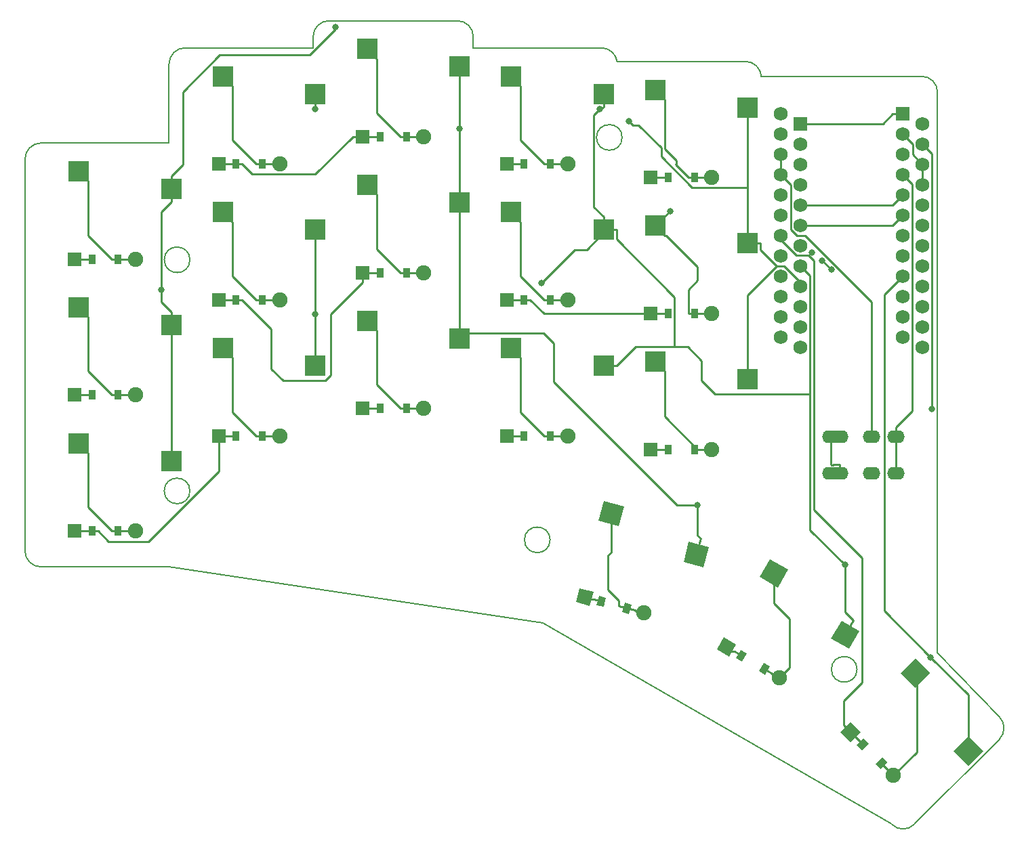
<source format=gbr>
G04 #@! TF.GenerationSoftware,KiCad,Pcbnew,5.1.5+dfsg1-2build2*
G04 #@! TF.CreationDate,2021-09-10T19:33:11+00:00*
G04 #@! TF.ProjectId,main-routed,6d61696e-2d72-46f7-9574-65642e6b6963,VERSION_HERE*
G04 #@! TF.SameCoordinates,Original*
G04 #@! TF.FileFunction,Copper,L2,Bot*
G04 #@! TF.FilePolarity,Positive*
%FSLAX46Y46*%
G04 Gerber Fmt 4.6, Leading zero omitted, Abs format (unit mm)*
G04 Created by KiCad (PCBNEW 5.1.5+dfsg1-2build2) date 2021-09-10 19:33:11*
%MOMM*%
%LPD*%
G04 APERTURE LIST*
G04 #@! TA.AperFunction,Profile*
%ADD10C,0.150000*%
G04 #@! TD*
G04 #@! TA.AperFunction,SMDPad,CuDef*
%ADD11R,2.600000X2.600000*%
G04 #@! TD*
G04 #@! TA.AperFunction,SMDPad,CuDef*
%ADD12R,0.900000X1.200000*%
G04 #@! TD*
G04 #@! TA.AperFunction,ComponentPad*
%ADD13C,1.905000*%
G04 #@! TD*
G04 #@! TA.AperFunction,ComponentPad*
%ADD14R,1.778000X1.778000*%
G04 #@! TD*
G04 #@! TA.AperFunction,SMDPad,CuDef*
%ADD15C,0.350000*%
G04 #@! TD*
G04 #@! TA.AperFunction,ComponentPad*
%ADD16C,0.350000*%
G04 #@! TD*
G04 #@! TA.AperFunction,ComponentPad*
%ADD17R,1.752600X1.752600*%
G04 #@! TD*
G04 #@! TA.AperFunction,ComponentPad*
%ADD18C,1.752600*%
G04 #@! TD*
G04 #@! TA.AperFunction,ComponentPad*
%ADD19O,2.200000X1.600000*%
G04 #@! TD*
G04 #@! TA.AperFunction,ViaPad*
%ADD20C,0.800000*%
G04 #@! TD*
G04 #@! TA.AperFunction,Conductor*
%ADD21C,0.250000*%
G04 #@! TD*
G04 APERTURE END LIST*
D10*
X10000000Y-9500000D02*
X26000000Y-9500000D01*
X8000000Y-7500000D02*
X8000000Y41500000D01*
X10000000Y-9500000D02*
G75*
G02X8000000Y-7500000I0J2000000D01*
G01*
X26000000Y43500000D02*
X10000000Y43500000D01*
X8000000Y41500000D02*
G75*
G02X10000000Y43500000I2000000J0D01*
G01*
X44000000Y55400000D02*
X28000000Y55400000D01*
X26000000Y53400000D02*
G75*
G02X28000000Y55400000I2000000J0D01*
G01*
X26000000Y53400000D02*
X26000000Y43500000D01*
X64000000Y55400000D02*
X64000000Y56800000D01*
X62000000Y58800000D02*
G75*
G02X64000000Y56800000I0J-2000000D01*
G01*
X62000000Y58800000D02*
X46000000Y58800000D01*
X44000000Y56800000D02*
G75*
G02X46000000Y58800000I2000000J0D01*
G01*
X44000000Y56800000D02*
X44000000Y55400000D01*
X80000000Y55400000D02*
G75*
G02X81977391Y53699872I0J-2000000D01*
G01*
X80000000Y55400000D02*
X64000000Y55400000D01*
X98000000Y53700000D02*
G75*
G02X99994367Y51850000I0J-2000000D01*
G01*
X98000000Y53700000D02*
X82000000Y53700000D01*
X81977391Y53699872D02*
G75*
G02X82000000Y53700000I22609J-1999872D01*
G01*
X119117258Y-41686664D02*
G75*
G02X116288831Y-41686665I-1414214J1414213D01*
G01*
X119117258Y-41686665D02*
X129723860Y-31080063D01*
X129723859Y-28251636D02*
G75*
G02X129723860Y-31080063I-1414213J-1414214D01*
G01*
X122000000Y-20208734D02*
X129723860Y-28251636D01*
X116288831Y-41686665D02*
X72707107Y-16524745D01*
X72707107Y-16524745D02*
X26000000Y-9500000D01*
X122000000Y-20208734D02*
X122000000Y49850000D01*
X120000000Y51850000D02*
G75*
G02X122000000Y49850000I0J-2000000D01*
G01*
X120000000Y51850000D02*
X99994367Y51850000D01*
X28600000Y28900000D02*
G75*
G03X28600000Y28900000I-1600000J0D01*
G01*
X28600000Y0D02*
G75*
G03X28600000Y0I-1600000J0D01*
G01*
X82600000Y44200000D02*
G75*
G03X82600000Y44200000I-1600000J0D01*
G01*
X73600000Y-6120000D02*
G75*
G03X73600000Y-6120000I-1600000J0D01*
G01*
X111949134Y-22311939D02*
G75*
G03X111949134Y-22311939I-1600000J0D01*
G01*
D11*
G04 #@! TO.P,S1,1*
G04 #@! TO.N,pinky_bottom*
X14725000Y5950000D03*
G04 #@! TO.P,S1,2*
G04 #@! TO.N,P21*
X26275000Y3750000D03*
G04 #@! TD*
D12*
G04 #@! TO.P,D1,2*
G04 #@! TO.N,pinky_bottom*
X19650000Y-5000000D03*
G04 #@! TO.P,D1,1*
G04 #@! TO.N,P7*
X16350000Y-5000000D03*
D13*
G04 #@! TO.N,pinky_bottom*
X21810000Y-5000000D03*
D14*
G04 #@! TO.P,D1,2*
G04 #@! TO.N,P7*
X14190000Y-5000000D03*
G04 #@! TD*
D11*
G04 #@! TO.P,S2,1*
G04 #@! TO.N,pinky_home*
X14725000Y22950000D03*
G04 #@! TO.P,S2,2*
G04 #@! TO.N,P21*
X26275000Y20750000D03*
G04 #@! TD*
D12*
G04 #@! TO.P,D2,2*
G04 #@! TO.N,pinky_home*
X19650000Y12000000D03*
G04 #@! TO.P,D2,1*
G04 #@! TO.N,P6*
X16350000Y12000000D03*
D13*
G04 #@! TO.N,pinky_home*
X21810000Y12000000D03*
D14*
G04 #@! TO.P,D2,2*
G04 #@! TO.N,P6*
X14190000Y12000000D03*
G04 #@! TD*
D11*
G04 #@! TO.P,S3,1*
G04 #@! TO.N,pinky_top*
X14725000Y39950000D03*
G04 #@! TO.P,S3,2*
G04 #@! TO.N,P21*
X26275000Y37750000D03*
G04 #@! TD*
D12*
G04 #@! TO.P,D3,2*
G04 #@! TO.N,pinky_top*
X19650000Y29000000D03*
G04 #@! TO.P,D3,1*
G04 #@! TO.N,P5*
X16350000Y29000000D03*
D13*
G04 #@! TO.N,pinky_top*
X21810000Y29000000D03*
D14*
G04 #@! TO.P,D3,2*
G04 #@! TO.N,P5*
X14190000Y29000000D03*
G04 #@! TD*
D11*
G04 #@! TO.P,S4,1*
G04 #@! TO.N,ring_bottom*
X32725000Y17850000D03*
G04 #@! TO.P,S4,2*
G04 #@! TO.N,P20*
X44275000Y15650000D03*
G04 #@! TD*
D12*
G04 #@! TO.P,D4,2*
G04 #@! TO.N,ring_bottom*
X37650000Y6900000D03*
G04 #@! TO.P,D4,1*
G04 #@! TO.N,P7*
X34350000Y6900000D03*
D13*
G04 #@! TO.N,ring_bottom*
X39810000Y6900000D03*
D14*
G04 #@! TO.P,D4,2*
G04 #@! TO.N,P7*
X32190000Y6900000D03*
G04 #@! TD*
D11*
G04 #@! TO.P,S5,1*
G04 #@! TO.N,ring_home*
X32725000Y34850000D03*
G04 #@! TO.P,S5,2*
G04 #@! TO.N,P20*
X44275000Y32650000D03*
G04 #@! TD*
D12*
G04 #@! TO.P,D5,2*
G04 #@! TO.N,ring_home*
X37650000Y23900000D03*
G04 #@! TO.P,D5,1*
G04 #@! TO.N,P6*
X34350000Y23900000D03*
D13*
G04 #@! TO.N,ring_home*
X39810000Y23900000D03*
D14*
G04 #@! TO.P,D5,2*
G04 #@! TO.N,P6*
X32190000Y23900000D03*
G04 #@! TD*
D11*
G04 #@! TO.P,S6,1*
G04 #@! TO.N,ring_top*
X32725000Y51850000D03*
G04 #@! TO.P,S6,2*
G04 #@! TO.N,P20*
X44275000Y49650000D03*
G04 #@! TD*
D12*
G04 #@! TO.P,D6,2*
G04 #@! TO.N,ring_top*
X37650000Y40900000D03*
G04 #@! TO.P,D6,1*
G04 #@! TO.N,P5*
X34350000Y40900000D03*
D13*
G04 #@! TO.N,ring_top*
X39810000Y40900000D03*
D14*
G04 #@! TO.P,D6,2*
G04 #@! TO.N,P5*
X32190000Y40900000D03*
G04 #@! TD*
D11*
G04 #@! TO.P,S7,1*
G04 #@! TO.N,middle_bottom*
X50725000Y21250000D03*
G04 #@! TO.P,S7,2*
G04 #@! TO.N,P19*
X62275000Y19050000D03*
G04 #@! TD*
D12*
G04 #@! TO.P,D7,2*
G04 #@! TO.N,middle_bottom*
X55650000Y10300000D03*
G04 #@! TO.P,D7,1*
G04 #@! TO.N,P7*
X52350000Y10300000D03*
D13*
G04 #@! TO.N,middle_bottom*
X57810000Y10300000D03*
D14*
G04 #@! TO.P,D7,2*
G04 #@! TO.N,P7*
X50190000Y10300000D03*
G04 #@! TD*
D11*
G04 #@! TO.P,S8,1*
G04 #@! TO.N,middle_home*
X50725000Y38250000D03*
G04 #@! TO.P,S8,2*
G04 #@! TO.N,P19*
X62275000Y36050000D03*
G04 #@! TD*
D12*
G04 #@! TO.P,D8,2*
G04 #@! TO.N,middle_home*
X55650000Y27300000D03*
G04 #@! TO.P,D8,1*
G04 #@! TO.N,P6*
X52350000Y27300000D03*
D13*
G04 #@! TO.N,middle_home*
X57810000Y27300000D03*
D14*
G04 #@! TO.P,D8,2*
G04 #@! TO.N,P6*
X50190000Y27300000D03*
G04 #@! TD*
D11*
G04 #@! TO.P,S9,1*
G04 #@! TO.N,middle_top*
X50725000Y55250000D03*
G04 #@! TO.P,S9,2*
G04 #@! TO.N,P19*
X62275000Y53050000D03*
G04 #@! TD*
D12*
G04 #@! TO.P,D9,2*
G04 #@! TO.N,middle_top*
X55650000Y44300000D03*
G04 #@! TO.P,D9,1*
G04 #@! TO.N,P5*
X52350000Y44300000D03*
D13*
G04 #@! TO.N,middle_top*
X57810000Y44300000D03*
D14*
G04 #@! TO.P,D9,2*
G04 #@! TO.N,P5*
X50190000Y44300000D03*
G04 #@! TD*
D11*
G04 #@! TO.P,S10,1*
G04 #@! TO.N,index_bottom*
X68725000Y17850000D03*
G04 #@! TO.P,S10,2*
G04 #@! TO.N,P18*
X80275000Y15650000D03*
G04 #@! TD*
D12*
G04 #@! TO.P,D10,2*
G04 #@! TO.N,index_bottom*
X73650000Y6900000D03*
G04 #@! TO.P,D10,1*
G04 #@! TO.N,P7*
X70350000Y6900000D03*
D13*
G04 #@! TO.N,index_bottom*
X75810000Y6900000D03*
D14*
G04 #@! TO.P,D10,2*
G04 #@! TO.N,P7*
X68190000Y6900000D03*
G04 #@! TD*
D11*
G04 #@! TO.P,S11,1*
G04 #@! TO.N,index_home*
X68725000Y34850000D03*
G04 #@! TO.P,S11,2*
G04 #@! TO.N,P18*
X80275000Y32650000D03*
G04 #@! TD*
D12*
G04 #@! TO.P,D11,2*
G04 #@! TO.N,index_home*
X73650000Y23900000D03*
G04 #@! TO.P,D11,1*
G04 #@! TO.N,P6*
X70350000Y23900000D03*
D13*
G04 #@! TO.N,index_home*
X75810000Y23900000D03*
D14*
G04 #@! TO.P,D11,2*
G04 #@! TO.N,P6*
X68190000Y23900000D03*
G04 #@! TD*
D11*
G04 #@! TO.P,S12,1*
G04 #@! TO.N,index_top*
X68725000Y51850000D03*
G04 #@! TO.P,S12,2*
G04 #@! TO.N,P18*
X80275000Y49650000D03*
G04 #@! TD*
D12*
G04 #@! TO.P,D12,2*
G04 #@! TO.N,index_top*
X73650000Y40900000D03*
G04 #@! TO.P,D12,1*
G04 #@! TO.N,P5*
X70350000Y40900000D03*
D13*
G04 #@! TO.N,index_top*
X75810000Y40900000D03*
D14*
G04 #@! TO.P,D12,2*
G04 #@! TO.N,P5*
X68190000Y40900000D03*
G04 #@! TD*
D11*
G04 #@! TO.P,S13,1*
G04 #@! TO.N,inner_bottom*
X86725000Y16150000D03*
G04 #@! TO.P,S13,2*
G04 #@! TO.N,P15*
X98275000Y13950000D03*
G04 #@! TD*
D12*
G04 #@! TO.P,D13,2*
G04 #@! TO.N,inner_bottom*
X91650000Y5200000D03*
G04 #@! TO.P,D13,1*
G04 #@! TO.N,P7*
X88350000Y5200000D03*
D13*
G04 #@! TO.N,inner_bottom*
X93810000Y5200000D03*
D14*
G04 #@! TO.P,D13,2*
G04 #@! TO.N,P7*
X86190000Y5200000D03*
G04 #@! TD*
D11*
G04 #@! TO.P,S14,1*
G04 #@! TO.N,inner_home*
X86725000Y33150000D03*
G04 #@! TO.P,S14,2*
G04 #@! TO.N,P15*
X98275000Y30950000D03*
G04 #@! TD*
D12*
G04 #@! TO.P,D14,2*
G04 #@! TO.N,inner_home*
X91650000Y22200000D03*
G04 #@! TO.P,D14,1*
G04 #@! TO.N,P6*
X88350000Y22200000D03*
D13*
G04 #@! TO.N,inner_home*
X93810000Y22200000D03*
D14*
G04 #@! TO.P,D14,2*
G04 #@! TO.N,P6*
X86190000Y22200000D03*
G04 #@! TD*
D11*
G04 #@! TO.P,S15,1*
G04 #@! TO.N,inner_top*
X86725000Y50150000D03*
G04 #@! TO.P,S15,2*
G04 #@! TO.N,P15*
X98275000Y47950000D03*
G04 #@! TD*
D12*
G04 #@! TO.P,D15,2*
G04 #@! TO.N,inner_top*
X91650000Y39200000D03*
G04 #@! TO.P,D15,1*
G04 #@! TO.N,P5*
X88350000Y39200000D03*
D13*
G04 #@! TO.N,inner_top*
X93810000Y39200000D03*
D14*
G04 #@! TO.P,D15,2*
G04 #@! TO.N,P5*
X86190000Y39200000D03*
G04 #@! TD*
G04 #@! TA.AperFunction,SMDPad,CuDef*
D15*
G04 #@! TO.P,S16,1*
G04 #@! TO.N,near_thumb*
G36*
X79677698Y-3743348D02*
G01*
X80350627Y-1231941D01*
X82862034Y-1904870D01*
X82189105Y-4416277D01*
X79677698Y-3743348D01*
G37*
G04 #@! TD.AperFunction*
G04 #@! TA.AperFunction,SMDPad,CuDef*
G04 #@! TO.P,S16,2*
G04 #@! TO.N,P19*
G36*
X90264740Y-8857745D02*
G01*
X90937669Y-6346338D01*
X93449076Y-7019267D01*
X92776147Y-9530674D01*
X90264740Y-8857745D01*
G37*
G04 #@! TD.AperFunction*
G04 #@! TD*
G04 #@! TA.AperFunction,SMDPad,CuDef*
G04 #@! TO.P,D16,2*
G04 #@! TO.N,near_thumb*
G36*
X82603020Y-15138737D02*
G01*
X82913603Y-13979626D01*
X83782936Y-14212563D01*
X83472353Y-15371674D01*
X82603020Y-15138737D01*
G37*
G04 #@! TD.AperFunction*
G04 #@! TA.AperFunction,SMDPad,CuDef*
G04 #@! TO.P,D16,1*
G04 #@! TO.N,P4*
G36*
X79415464Y-14284637D02*
G01*
X79726047Y-13125526D01*
X80595380Y-13358463D01*
X80284797Y-14517574D01*
X79415464Y-14284637D01*
G37*
G04 #@! TD.AperFunction*
D13*
G04 #@! TO.N,near_thumb*
X85279377Y-15234702D03*
G04 #@! TA.AperFunction,ComponentPad*
D16*
G04 #@! TO.P,D16,2*
G04 #@! TO.N,P4*
G36*
X76830225Y-13891116D02*
G01*
X77290405Y-12173700D01*
X79007821Y-12633880D01*
X78547641Y-14351296D01*
X76830225Y-13891116D01*
G37*
G04 #@! TD.AperFunction*
G04 #@! TD*
G04 #@! TA.AperFunction,SMDPad,CuDef*
D15*
G04 #@! TO.P,S17,1*
G04 #@! TO.N,home_thumb*
G36*
X99793934Y-10782982D02*
G01*
X101093934Y-8531316D01*
X103345600Y-9831316D01*
X102045600Y-12082982D01*
X99793934Y-10782982D01*
G37*
G04 #@! TD.AperFunction*
G04 #@! TA.AperFunction,SMDPad,CuDef*
G04 #@! TO.P,S17,2*
G04 #@! TO.N,P18*
G36*
X108696527Y-18463238D02*
G01*
X109996527Y-16211572D01*
X112248193Y-17511572D01*
X110948193Y-19763238D01*
X108696527Y-18463238D01*
G37*
G04 #@! TD.AperFunction*
G04 #@! TD*
G04 #@! TA.AperFunction,SMDPad,CuDef*
G04 #@! TO.P,D17,2*
G04 #@! TO.N,home_thumb*
G36*
X99670131Y-22547315D02*
G01*
X100270131Y-21508085D01*
X101049553Y-21958085D01*
X100449553Y-22997315D01*
X99670131Y-22547315D01*
G37*
G04 #@! TD.AperFunction*
G04 #@! TA.AperFunction,SMDPad,CuDef*
G04 #@! TO.P,D17,1*
G04 #@! TO.N,P4*
G36*
X96812247Y-20897315D02*
G01*
X97412247Y-19858085D01*
X98191669Y-20308085D01*
X97591669Y-21347315D01*
X96812247Y-20897315D01*
G37*
G04 #@! TD.AperFunction*
D13*
G04 #@! TO.N,home_thumb*
X102230457Y-23332700D03*
G04 #@! TA.AperFunction,ComponentPad*
D16*
G04 #@! TO.P,D17,2*
G04 #@! TO.N,P4*
G36*
X94416946Y-19848097D02*
G01*
X95305946Y-18308303D01*
X96845740Y-19197303D01*
X95956740Y-20737097D01*
X94416946Y-19848097D01*
G37*
G04 #@! TD.AperFunction*
G04 #@! TD*
G04 #@! TA.AperFunction,SMDPad,CuDef*
D15*
G04 #@! TO.P,S18,1*
G04 #@! TO.N,far_thumb*
G36*
X117402033Y-22789240D02*
G01*
X119240511Y-20950762D01*
X121078989Y-22789240D01*
X119240511Y-24627718D01*
X117402033Y-22789240D01*
G37*
G04 #@! TD.AperFunction*
G04 #@! TA.AperFunction,SMDPad,CuDef*
G04 #@! TO.P,S18,2*
G04 #@! TO.N,P15*
G36*
X124013481Y-32511958D02*
G01*
X125851959Y-30673480D01*
X127690437Y-32511958D01*
X125851959Y-34350436D01*
X124013481Y-32511958D01*
G37*
G04 #@! TD.AperFunction*
G04 #@! TD*
G04 #@! TA.AperFunction,SMDPad,CuDef*
G04 #@! TO.P,D18,2*
G04 #@! TO.N,far_thumb*
G36*
X114238264Y-34120592D02*
G01*
X115086792Y-33272064D01*
X115723188Y-33908460D01*
X114874660Y-34756988D01*
X114238264Y-34120592D01*
G37*
G04 #@! TD.AperFunction*
G04 #@! TA.AperFunction,SMDPad,CuDef*
G04 #@! TO.P,D18,1*
G04 #@! TO.N,P4*
G36*
X111904812Y-31787140D02*
G01*
X112753340Y-30938612D01*
X113389736Y-31575008D01*
X112541208Y-32423536D01*
X111904812Y-31787140D01*
G37*
G04 #@! TD.AperFunction*
D13*
G04 #@! TO.N,far_thumb*
X116508077Y-35541877D03*
G04 #@! TA.AperFunction,ComponentPad*
D16*
G04 #@! TO.P,D18,2*
G04 #@! TO.N,P4*
G36*
X109862687Y-30153723D02*
G01*
X111119923Y-28896487D01*
X112377159Y-30153723D01*
X111119923Y-31410959D01*
X109862687Y-30153723D01*
G37*
G04 #@! TD.AperFunction*
G04 #@! TD*
D17*
G04 #@! TO.P,MCU1,1*
G04 #@! TO.N,RAW*
X117620000Y47170000D03*
D18*
G04 #@! TO.P,MCU1,2*
G04 #@! TO.N,GND*
X117620000Y44630000D03*
G04 #@! TO.P,MCU1,3*
G04 #@! TO.N,RST*
X117620000Y42090000D03*
G04 #@! TO.P,MCU1,4*
G04 #@! TO.N,VCC*
X117620000Y39550000D03*
G04 #@! TO.P,MCU1,5*
G04 #@! TO.N,P21*
X117620000Y37010000D03*
G04 #@! TO.P,MCU1,6*
G04 #@! TO.N,P20*
X117620000Y34470000D03*
G04 #@! TO.P,MCU1,7*
G04 #@! TO.N,P19*
X117620000Y31930000D03*
G04 #@! TO.P,MCU1,8*
G04 #@! TO.N,P18*
X117620000Y29390000D03*
G04 #@! TO.P,MCU1,9*
G04 #@! TO.N,P15*
X117620000Y26850000D03*
G04 #@! TO.P,MCU1,10*
G04 #@! TO.N,P14*
X117620000Y24310000D03*
G04 #@! TO.P,MCU1,11*
G04 #@! TO.N,P16*
X117620000Y21770000D03*
G04 #@! TO.P,MCU1,12*
G04 #@! TO.N,P10*
X117620000Y19230000D03*
G04 #@! TO.P,MCU1,13*
G04 #@! TO.N,P1*
X102380000Y47170000D03*
G04 #@! TO.P,MCU1,14*
G04 #@! TO.N,P0*
X102380000Y44630000D03*
G04 #@! TO.P,MCU1,15*
G04 #@! TO.N,GND*
X102380000Y42090000D03*
G04 #@! TO.P,MCU1,16*
X102380000Y39550000D03*
G04 #@! TO.P,MCU1,17*
G04 #@! TO.N,P2*
X102380000Y37010000D03*
G04 #@! TO.P,MCU1,18*
G04 #@! TO.N,P3*
X102380000Y34470000D03*
G04 #@! TO.P,MCU1,19*
G04 #@! TO.N,P4*
X102380000Y31930000D03*
G04 #@! TO.P,MCU1,20*
G04 #@! TO.N,P5*
X102380000Y29390000D03*
G04 #@! TO.P,MCU1,21*
G04 #@! TO.N,P6*
X102380000Y26850000D03*
G04 #@! TO.P,MCU1,22*
G04 #@! TO.N,P7*
X102380000Y24310000D03*
G04 #@! TO.P,MCU1,23*
G04 #@! TO.N,P8*
X102380000Y21770000D03*
G04 #@! TO.P,MCU1,24*
G04 #@! TO.N,P9*
X102380000Y19230000D03*
G04 #@! TD*
D17*
G04 #@! TO.P,MCU2,1*
G04 #@! TO.N,RAW*
X104880000Y45920000D03*
D18*
G04 #@! TO.P,MCU2,2*
G04 #@! TO.N,GND*
X104880000Y43380000D03*
G04 #@! TO.P,MCU2,3*
G04 #@! TO.N,RST*
X104880000Y40840000D03*
G04 #@! TO.P,MCU2,4*
G04 #@! TO.N,VCC*
X104880000Y38300000D03*
G04 #@! TO.P,MCU2,5*
G04 #@! TO.N,P21*
X104880000Y35760000D03*
G04 #@! TO.P,MCU2,6*
G04 #@! TO.N,P20*
X104880000Y33220000D03*
G04 #@! TO.P,MCU2,7*
G04 #@! TO.N,P19*
X104880000Y30680000D03*
G04 #@! TO.P,MCU2,8*
G04 #@! TO.N,P18*
X104880000Y28140000D03*
G04 #@! TO.P,MCU2,9*
G04 #@! TO.N,P15*
X104880000Y25600000D03*
G04 #@! TO.P,MCU2,10*
G04 #@! TO.N,P14*
X104880000Y23060000D03*
G04 #@! TO.P,MCU2,11*
G04 #@! TO.N,P16*
X104880000Y20520000D03*
G04 #@! TO.P,MCU2,12*
G04 #@! TO.N,P10*
X104880000Y17980000D03*
G04 #@! TO.P,MCU2,13*
G04 #@! TO.N,P1*
X120120000Y45920000D03*
G04 #@! TO.P,MCU2,14*
G04 #@! TO.N,P0*
X120120000Y43380000D03*
G04 #@! TO.P,MCU2,15*
G04 #@! TO.N,GND*
X120120000Y40840000D03*
G04 #@! TO.P,MCU2,16*
X120120000Y38300000D03*
G04 #@! TO.P,MCU2,17*
G04 #@! TO.N,P2*
X120120000Y35760000D03*
G04 #@! TO.P,MCU2,18*
G04 #@! TO.N,P3*
X120120000Y33220000D03*
G04 #@! TO.P,MCU2,19*
G04 #@! TO.N,P4*
X120120000Y30680000D03*
G04 #@! TO.P,MCU2,20*
G04 #@! TO.N,P5*
X120120000Y28140000D03*
G04 #@! TO.P,MCU2,21*
G04 #@! TO.N,P6*
X120120000Y25600000D03*
G04 #@! TO.P,MCU2,22*
G04 #@! TO.N,P7*
X120120000Y23060000D03*
G04 #@! TO.P,MCU2,23*
G04 #@! TO.N,P8*
X120120000Y20520000D03*
G04 #@! TO.P,MCU2,24*
G04 #@! TO.N,P9*
X120120000Y17980000D03*
G04 #@! TD*
D19*
G04 #@! TO.P,REF\002A\002A,1*
G04 #@! TO.N,P0*
X108700000Y2200000D03*
G04 #@! TO.P,REF\002A\002A,2*
X109800000Y6800000D03*
G04 #@! TO.P,REF\002A\002A,3*
G04 #@! TO.N,GND*
X113800000Y6800000D03*
G04 #@! TO.P,REF\002A\002A,4*
G04 #@! TO.N,VCC*
X116800000Y6800000D03*
G04 #@! TO.P,REF\002A\002A,1*
G04 #@! TO.N,P0*
X108700000Y6800000D03*
G04 #@! TO.P,REF\002A\002A,2*
X109800000Y2200000D03*
G04 #@! TO.P,REF\002A\002A,3*
G04 #@! TO.N,GND*
X113800000Y2200000D03*
G04 #@! TO.P,REF\002A\002A,4*
G04 #@! TO.N,VCC*
X116800000Y2200000D03*
G04 #@! TD*
D20*
G04 #@! TO.N,P21*
X46810500Y58023200D03*
X25006600Y25180500D03*
G04 #@! TO.N,P5*
X107611300Y28809400D03*
X108749800Y27669200D03*
G04 #@! TO.N,P20*
X44275000Y47730800D03*
X44275000Y22097100D03*
G04 #@! TO.N,P19*
X62275000Y45267300D03*
X92019800Y-1797300D03*
G04 #@! TO.N,P18*
X110472400Y-9264100D03*
X72561000Y26031800D03*
X79794600Y47739300D03*
G04 #@! TO.N,P15*
X83453800Y46217000D03*
X121164200Y-20809300D03*
G04 #@! TO.N,inner_home*
X88573200Y34998200D03*
G04 #@! TO.N,P4*
X106271300Y29841700D03*
G04 #@! TO.N,P0*
X121335400Y10211400D03*
G04 #@! TD*
D21*
G04 #@! TO.N,pinky_bottom*
X19650000Y-5000000D02*
X18874700Y-5000000D01*
X18874700Y-5000000D02*
X15921700Y-2047000D01*
X15921700Y-2047000D02*
X15921700Y4753300D01*
X15921700Y4753300D02*
X14725000Y5950000D01*
X21810000Y-5000000D02*
X19650000Y-5000000D01*
G04 #@! TO.N,P21*
X26275000Y37750000D02*
X26275000Y39375300D01*
X46810500Y58023200D02*
X46810500Y57732400D01*
X46810500Y57732400D02*
X43607400Y54529300D01*
X43607400Y54529300D02*
X32340700Y54529300D01*
X32340700Y54529300D02*
X27698000Y49886600D01*
X27698000Y49886600D02*
X27698000Y40798300D01*
X27698000Y40798300D02*
X26275000Y39375300D01*
X26275000Y37750000D02*
X26275000Y36124700D01*
X25006600Y25180500D02*
X25006600Y23643700D01*
X25006600Y23643700D02*
X26275000Y22375300D01*
X26275000Y36124700D02*
X25006600Y34856300D01*
X25006600Y34856300D02*
X25006600Y25180500D01*
X26275000Y20750000D02*
X26275000Y3750000D01*
X26275000Y21256000D02*
X26275000Y20750000D01*
X26275000Y21256000D02*
X26275000Y22375300D01*
X104880000Y35760000D02*
X116370000Y35760000D01*
X116370000Y35760000D02*
X117620000Y37010000D01*
G04 #@! TO.N,P7*
X32190000Y6900000D02*
X32190000Y2432400D01*
X32190000Y2432400D02*
X23420300Y-6337300D01*
X23420300Y-6337300D02*
X18462600Y-6337300D01*
X18462600Y-6337300D02*
X17125300Y-5000000D01*
X16350000Y-5000000D02*
X17125300Y-5000000D01*
X34350000Y6900000D02*
X32190000Y6900000D01*
X16350000Y-5000000D02*
X14190000Y-5000000D01*
X52350000Y10300000D02*
X50190000Y10300000D01*
X70350000Y6900000D02*
X68190000Y6900000D01*
X88350000Y5200000D02*
X86190000Y5200000D01*
G04 #@! TO.N,pinky_home*
X19650000Y12000000D02*
X18874700Y12000000D01*
X18874700Y12000000D02*
X15921700Y14953000D01*
X15921700Y14953000D02*
X15921700Y21753300D01*
X15921700Y21753300D02*
X14725000Y22950000D01*
X21810000Y12000000D02*
X19650000Y12000000D01*
G04 #@! TO.N,P6*
X34350000Y23900000D02*
X35125300Y23900000D01*
X50190000Y27300000D02*
X50190000Y26085700D01*
X50190000Y26085700D02*
X46219000Y22114700D01*
X46219000Y22114700D02*
X46219000Y14514900D01*
X46219000Y14514900D02*
X45512700Y13808600D01*
X45512700Y13808600D02*
X40229700Y13808600D01*
X40229700Y13808600D02*
X38759400Y15278900D01*
X38759400Y15278900D02*
X38759400Y20265900D01*
X38759400Y20265900D02*
X35125300Y23900000D01*
X52350000Y27300000D02*
X50190000Y27300000D01*
X70350000Y23900000D02*
X71125300Y23900000D01*
X86190000Y22200000D02*
X72825300Y22200000D01*
X72825300Y22200000D02*
X71125300Y23900000D01*
X88350000Y22200000D02*
X86190000Y22200000D01*
X16350000Y12000000D02*
X14190000Y12000000D01*
X34350000Y23900000D02*
X32190000Y23900000D01*
X70350000Y23900000D02*
X68190000Y23900000D01*
G04 #@! TO.N,pinky_top*
X19650000Y29000000D02*
X18874700Y29000000D01*
X18874700Y29000000D02*
X15921700Y31953000D01*
X15921700Y31953000D02*
X15921700Y38753300D01*
X15921700Y38753300D02*
X14725000Y39950000D01*
X21810000Y29000000D02*
X19650000Y29000000D01*
G04 #@! TO.N,P5*
X107611300Y28809400D02*
X107611300Y28807700D01*
X107611300Y28807700D02*
X108749800Y27669200D01*
X34350000Y40900000D02*
X35125300Y40900000D01*
X50190000Y44300000D02*
X48975700Y44300000D01*
X48975700Y44300000D02*
X44287200Y39611500D01*
X44287200Y39611500D02*
X36413800Y39611500D01*
X36413800Y39611500D02*
X35125300Y40900000D01*
X52350000Y44300000D02*
X50190000Y44300000D01*
X16350000Y29000000D02*
X14190000Y29000000D01*
X34350000Y40900000D02*
X32190000Y40900000D01*
X70350000Y40900000D02*
X68190000Y40900000D01*
X88350000Y39200000D02*
X86190000Y39200000D01*
G04 #@! TO.N,ring_bottom*
X37650000Y6900000D02*
X36874700Y6900000D01*
X36874700Y6900000D02*
X33921700Y9853000D01*
X33921700Y9853000D02*
X33921700Y16653300D01*
X33921700Y16653300D02*
X32725000Y17850000D01*
X39810000Y6900000D02*
X37650000Y6900000D01*
G04 #@! TO.N,P20*
X44275000Y49650000D02*
X44275000Y47730800D01*
X44275000Y22097100D02*
X44275000Y15650000D01*
X44275000Y32650000D02*
X44275000Y22097100D01*
X104880000Y33220000D02*
X116370000Y33220000D01*
X116370000Y33220000D02*
X117620000Y34470000D01*
G04 #@! TO.N,ring_home*
X37650000Y23900000D02*
X36874700Y23900000D01*
X36874700Y23900000D02*
X33921700Y26853000D01*
X33921700Y26853000D02*
X33921700Y33653300D01*
X33921700Y33653300D02*
X32725000Y34850000D01*
X39810000Y23900000D02*
X37650000Y23900000D01*
G04 #@! TO.N,ring_top*
X37650000Y40900000D02*
X36874700Y40900000D01*
X36874700Y40900000D02*
X33921700Y43853000D01*
X33921700Y43853000D02*
X33921700Y50653300D01*
X33921700Y50653300D02*
X32725000Y51850000D01*
X39810000Y40900000D02*
X37650000Y40900000D01*
G04 #@! TO.N,middle_bottom*
X55650000Y10300000D02*
X54874700Y10300000D01*
X54874700Y10300000D02*
X51921700Y13253000D01*
X51921700Y13253000D02*
X51921700Y20053300D01*
X51921700Y20053300D02*
X50725000Y21250000D01*
X57810000Y10300000D02*
X55650000Y10300000D01*
G04 #@! TO.N,P19*
X62275000Y19724800D02*
X62275000Y19050000D01*
X62275000Y36050000D02*
X62275000Y19724800D01*
X62275000Y19724800D02*
X72762200Y19724800D01*
X72762200Y19724800D02*
X74043900Y18443100D01*
X74043900Y18443100D02*
X74043900Y13645100D01*
X74043900Y13645100D02*
X89486300Y-1797300D01*
X89486300Y-1797300D02*
X92019800Y-1797300D01*
X62275000Y45267300D02*
X62275000Y36050000D01*
X62275000Y53050000D02*
X62275000Y45267300D01*
X92390300Y-5947800D02*
X92390200Y-5947800D01*
X92390200Y-5947800D02*
X92019800Y-5577400D01*
X92019800Y-5577400D02*
X92019800Y-1797300D01*
X91856900Y-7938500D02*
X92390300Y-5947800D01*
G04 #@! TO.N,middle_home*
X55650000Y27300000D02*
X54874700Y27300000D01*
X54874700Y27300000D02*
X51921700Y30253000D01*
X51921700Y30253000D02*
X51921700Y37053300D01*
X51921700Y37053300D02*
X50725000Y38250000D01*
X57810000Y27300000D02*
X55650000Y27300000D01*
G04 #@! TO.N,middle_top*
X55650000Y44300000D02*
X54874700Y44300000D01*
X54874700Y44300000D02*
X51921700Y47253000D01*
X51921700Y47253000D02*
X51921700Y54053300D01*
X51921700Y54053300D02*
X50725000Y55250000D01*
X57810000Y44300000D02*
X55650000Y44300000D01*
G04 #@! TO.N,index_bottom*
X73650000Y6900000D02*
X72874700Y6900000D01*
X72874700Y6900000D02*
X69921700Y9853000D01*
X69921700Y9853000D02*
X69921700Y16653300D01*
X69921700Y16653300D02*
X68725000Y17850000D01*
X75810000Y6900000D02*
X73650000Y6900000D01*
G04 #@! TO.N,P18*
X104880000Y28140000D02*
X106092800Y26927200D01*
X106092800Y26927200D02*
X106092800Y12122500D01*
X110472400Y-9264100D02*
X106092800Y-4884500D01*
X106092800Y-4884500D02*
X106092800Y12122500D01*
X111502800Y-16202700D02*
X110472400Y-15172300D01*
X110472400Y-15172300D02*
X110472400Y-9264100D01*
X89138200Y18002300D02*
X90772000Y18002300D01*
X90772000Y18002300D02*
X92544000Y16230300D01*
X92544000Y16230300D02*
X92544000Y13794800D01*
X92544000Y13794800D02*
X94216300Y12122500D01*
X94216300Y12122500D02*
X106092800Y12122500D01*
X110472400Y-17987400D02*
X111502800Y-16202700D01*
X80656100Y32650000D02*
X78178000Y30171900D01*
X78178000Y30171900D02*
X76701100Y30171900D01*
X76701100Y30171900D02*
X72561000Y26031800D01*
X80656100Y32650000D02*
X81900300Y32650000D01*
X80275000Y32650000D02*
X80656100Y32650000D01*
X80275000Y34275300D02*
X79069600Y35480700D01*
X79069600Y35480700D02*
X79069600Y47014300D01*
X79069600Y47014300D02*
X79794600Y47739300D01*
X80275000Y48024700D02*
X79989600Y47739300D01*
X79989600Y47739300D02*
X79794600Y47739300D01*
X81900300Y15650000D02*
X84252600Y18002300D01*
X84252600Y18002300D02*
X89138200Y18002300D01*
X89138200Y18002300D02*
X89138200Y24230300D01*
X89138200Y24230300D02*
X81900300Y31468200D01*
X81900300Y31468200D02*
X81900300Y32650000D01*
X80275000Y15650000D02*
X81900300Y15650000D01*
X80275000Y33462700D02*
X80275000Y32650000D01*
X80275000Y33462700D02*
X80275000Y34275300D01*
X80275000Y49650000D02*
X80275000Y48024700D01*
G04 #@! TO.N,index_home*
X73650000Y23900000D02*
X72874700Y23900000D01*
X72874700Y23900000D02*
X69921700Y26853000D01*
X69921700Y26853000D02*
X69921700Y33653300D01*
X69921700Y33653300D02*
X68725000Y34850000D01*
X75810000Y23900000D02*
X73650000Y23900000D01*
G04 #@! TO.N,index_top*
X73650000Y40900000D02*
X72874700Y40900000D01*
X72874700Y40900000D02*
X69921700Y43853000D01*
X69921700Y43853000D02*
X69921700Y50653300D01*
X69921700Y50653300D02*
X68725000Y51850000D01*
X75810000Y40900000D02*
X73650000Y40900000D01*
G04 #@! TO.N,inner_bottom*
X92425200Y5200000D02*
X91650000Y5200000D01*
X93810000Y5200000D02*
X92425200Y5200000D01*
X92425200Y5200000D02*
X92018100Y5200000D01*
X92018100Y5200000D02*
X87921700Y9296400D01*
X87921700Y9296400D02*
X87921700Y14953300D01*
X87921700Y14953300D02*
X86725000Y16150000D01*
G04 #@! TO.N,P15*
X98275000Y37922000D02*
X98275000Y30950000D01*
X98275000Y47950000D02*
X98275000Y37922000D01*
X98275000Y37922000D02*
X91356300Y37922000D01*
X91356300Y37922000D02*
X87471300Y41807000D01*
X87471300Y41807000D02*
X87471300Y42897900D01*
X87471300Y42897900D02*
X84618700Y45750500D01*
X84618700Y45750500D02*
X83920300Y45750500D01*
X83920300Y45750500D02*
X83453800Y46217000D01*
X101917600Y28120000D02*
X102850400Y28120000D01*
X102850400Y28120000D02*
X104880000Y26090400D01*
X104880000Y26090400D02*
X104880000Y25600000D01*
X99900300Y30950000D02*
X99900300Y30137300D01*
X99900300Y30137300D02*
X101917600Y28120000D01*
X98275000Y13950000D02*
X98275000Y24477400D01*
X98275000Y24477400D02*
X101917600Y28120000D01*
X98275000Y30950000D02*
X99900300Y30950000D01*
X121164200Y-20809300D02*
X115350000Y-14995100D01*
X115350000Y-14995100D02*
X115350000Y24580000D01*
X115350000Y24580000D02*
X117620000Y26850000D01*
X125852000Y-32512000D02*
X125852000Y-25497100D01*
X125852000Y-25497100D02*
X121164200Y-20809300D01*
G04 #@! TO.N,inner_home*
X90874700Y22200000D02*
X90874700Y25189900D01*
X90874700Y25189900D02*
X92039800Y26355000D01*
X92039800Y26355000D02*
X92039800Y28045000D01*
X92039800Y28045000D02*
X88131700Y31953100D01*
X88131700Y31953100D02*
X87921800Y31953100D01*
X87921800Y31953100D02*
X87921800Y31953200D01*
X87921800Y31953200D02*
X86725000Y33150000D01*
X86725000Y33150000D02*
X88573200Y34998200D01*
X91650000Y22200000D02*
X90874700Y22200000D01*
X93810000Y22200000D02*
X91650000Y22200000D01*
G04 #@! TO.N,inner_top*
X90874700Y39200000D02*
X89254100Y40820700D01*
X89254100Y40820700D02*
X89385900Y40952500D01*
X89385900Y40952500D02*
X89385900Y41325700D01*
X89385900Y41325700D02*
X87976200Y42735400D01*
X87976200Y42735400D02*
X87921700Y42735400D01*
X87921700Y42735400D02*
X87921700Y48953300D01*
X87921700Y48953300D02*
X86725000Y50150000D01*
X91650000Y39200000D02*
X90874700Y39200000D01*
X93810000Y39200000D02*
X91650000Y39200000D01*
G04 #@! TO.N,near_thumb*
X83193000Y-14675700D02*
X82204500Y-14410800D01*
X81269900Y-2824100D02*
X81269900Y-7663200D01*
X81269900Y-7663200D02*
X80850800Y-8082300D01*
X80850800Y-8082300D02*
X80850800Y-12333500D01*
X80850800Y-12333500D02*
X82204500Y-13687200D01*
X82204500Y-13687200D02*
X82204500Y-14410800D01*
X83193000Y-14675700D02*
X84181400Y-14940500D01*
X85279400Y-15234700D02*
X84475500Y-15234700D01*
X84475500Y-15234700D02*
X84181400Y-14940600D01*
X84181400Y-14940600D02*
X84181400Y-14940500D01*
G04 #@! TO.N,P4*
X111119900Y-30153700D02*
X110261300Y-29295100D01*
X105893600Y29464000D02*
X106543200Y28814400D01*
X106543200Y28814400D02*
X106543200Y-2380900D01*
X106543200Y-2380900D02*
X112578100Y-8415800D01*
X112578100Y-8415800D02*
X112578100Y-23942800D01*
X112578100Y-23942800D02*
X110261300Y-26259600D01*
X110261300Y-26259600D02*
X110261300Y-29295100D01*
X105893600Y29464000D02*
X106271300Y29841700D01*
X102380000Y31930000D02*
X102380000Y31439600D01*
X102380000Y31439600D02*
X104355600Y29464000D01*
X104355600Y29464000D02*
X105893600Y29464000D01*
X96615800Y-20091100D02*
X96199700Y-20091100D01*
X96199700Y-20091100D02*
X95631300Y-19522700D01*
X97502000Y-20602700D02*
X96615800Y-20091100D01*
X111119900Y-30153700D02*
X112647300Y-31681100D01*
X80005400Y-13821500D02*
X79017000Y-13556700D01*
X79017000Y-13556700D02*
X78213200Y-13556700D01*
X78213200Y-13556700D02*
X77919000Y-13262500D01*
G04 #@! TO.N,home_thumb*
X102230500Y-23332700D02*
X103499700Y-22063500D01*
X103499700Y-22063500D02*
X103499700Y-15976700D01*
X103499700Y-15976700D02*
X101569800Y-14046800D01*
X101569800Y-14046800D02*
X101569800Y-10307100D01*
X102230500Y-23332700D02*
X101814400Y-23332700D01*
X101814400Y-23332700D02*
X101246000Y-22764300D01*
X100359800Y-22252700D02*
X101246000Y-22764300D01*
G04 #@! TO.N,far_thumb*
X116508100Y-35541900D02*
X119405700Y-32644300D01*
X119405700Y-32644300D02*
X119405700Y-22954400D01*
X119405700Y-22954400D02*
X119240500Y-22789200D01*
X116508100Y-35541900D02*
X114980700Y-34014500D01*
G04 #@! TO.N,RAW*
X117620000Y47170000D02*
X116418400Y47170000D01*
X104880000Y45920000D02*
X115168400Y45920000D01*
X115168400Y45920000D02*
X116418400Y47170000D01*
G04 #@! TO.N,GND*
X113800000Y6800000D02*
X113800000Y23646500D01*
X113800000Y23646500D02*
X105496500Y31950000D01*
X105496500Y31950000D02*
X104432400Y31950000D01*
X104432400Y31950000D02*
X103678300Y32704100D01*
X103678300Y32704100D02*
X103678300Y38251700D01*
X103678300Y38251700D02*
X102380000Y39550000D01*
X102380000Y39550000D02*
X102380000Y42090000D01*
X120120000Y40840000D02*
X118918300Y42041700D01*
X118918300Y42041700D02*
X118918300Y43331700D01*
X118918300Y43331700D02*
X117620000Y44630000D01*
X120120000Y38300000D02*
X120120000Y40840000D01*
G04 #@! TO.N,VCC*
X117620000Y39550000D02*
X118837200Y38332800D01*
X118837200Y38332800D02*
X118837200Y9962500D01*
X118837200Y9962500D02*
X116800000Y7925300D01*
X116800000Y6800000D02*
X116800000Y7925300D01*
X116800000Y2200000D02*
X116800000Y6800000D01*
G04 #@! TO.N,P0*
X120120000Y43380000D02*
X121335400Y42164600D01*
X121335400Y42164600D02*
X121335400Y10211400D01*
X109800000Y3325300D02*
X109033900Y3325300D01*
X109033900Y3325300D02*
X108906000Y3197400D01*
X108906000Y3197400D02*
X108802600Y3197400D01*
X108802600Y3197400D02*
X108700000Y3300000D01*
X108700000Y3300000D02*
X108700000Y6800000D01*
X109800000Y2200000D02*
X109800000Y3325300D01*
G04 #@! TD*
M02*

</source>
